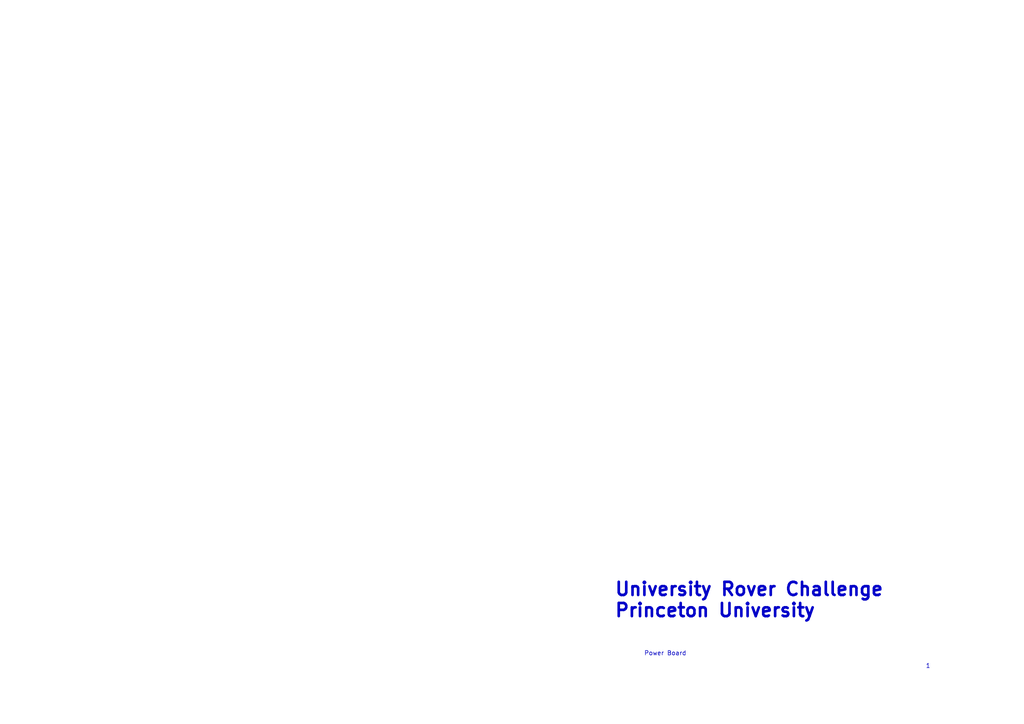
<source format=kicad_sch>
(kicad_sch (version 20230121) (generator eeschema)
  (paper "A4")
  (lib_symbols)
  (text "University Rover Challenge\nPrinceton University" (at 178.054 179.451 0) (effects (font (size 3.81 3.81) bold) (justify left bottom)))
  (text "1" (at 268.478 194.056 0) (effects (font (size 1.27 1.27)) (justify left bottom)))
  (text "Power Board" (at 186.817 190.373 0) (effects (font (size 1.27 1.27)) (justify left bottom)))
)
</source>
